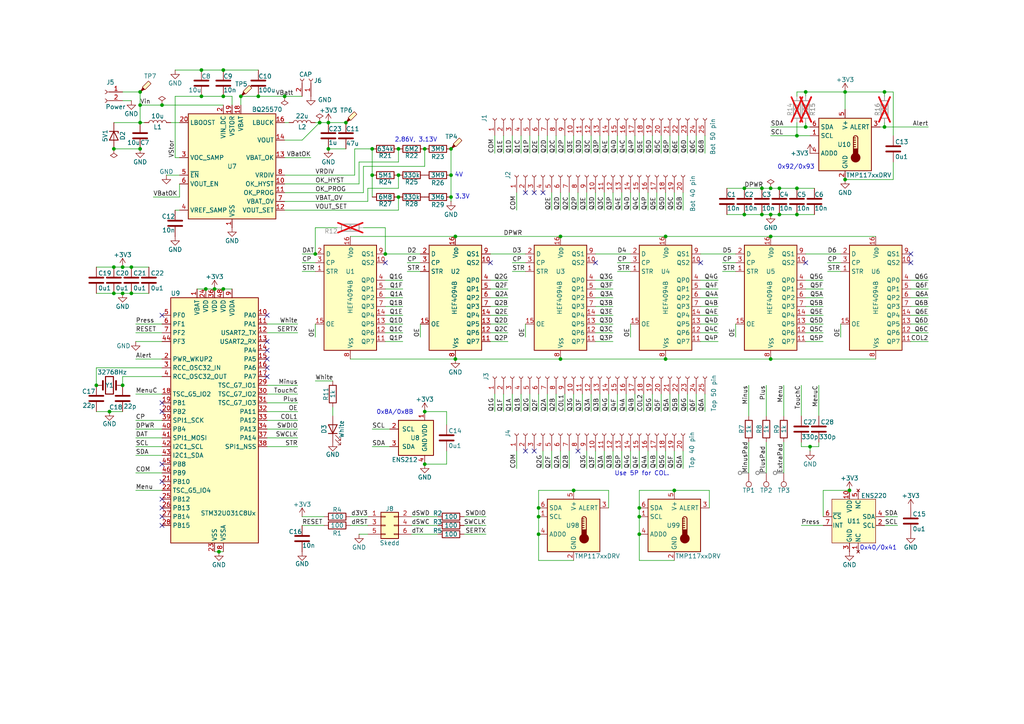
<source format=kicad_sch>
(kicad_sch (version 20250114) (generator "eeschema") (generator_version "9.0")
  (paper "A4")
  (text "4V" (at 133.096 50.8 0) (effects (font (size 1.27 1.27))))
  (text "3.3V\n" (at 134.112 57.15 0) (effects (font (size 1.27 1.27))))
  (text "0x8A/0x8B" (at 114.554 119.634 0) (effects (font (size 1.27 1.27))))
  (text "2.86V, 3.13V" (at 120.65 40.64 0) (effects (font (size 1.27 1.27))))
  (text "0x40/0x41" (at 254.762 159.004 0) (effects (font (size 1.27 1.27))))
  (text "Use 5P for COL." (at 186.182 137.414 0) (effects (font (size 1.27 1.27))))
  (text "0x92/0x93" (at 230.886 48.514 0) (effects (font (size 1.27 1.27))))
  (junction (at 115.57 57.15))
  (junction (at 35.56 111.76))
  (junction (at 115.57 43.18))
  (junction (at 195.58 142.24))
  (junction (at 62.23 83.82))
  (junction (at 38.1 77.47))
  (junction (at 185.42 154.94))
  (junction (at 156.21 147.32))
  (junction (at 74.93 27.94))
  (junction (at 115.57 50.8))
  (junction (at 220.98 54.61))
  (junction (at 185.42 147.32))
  (junction (at 92.71 35.56))
  (junction (at 59.69 83.82))
  (junction (at 223.52 62.23))
  (junction (at 31.75 119.38))
  (junction (at 123.19 43.18))
  (junction (at 220.98 62.23))
  (junction (at 166.37 142.24))
  (junction (at 215.9 62.23))
  (junction (at 40.64 26.67))
  (junction (at 156.21 149.86))
  (junction (at 33.02 43.18))
  (junction (at 46.99 30.48))
  (junction (at 231.14 39.37))
  (junction (at 35.56 85.09))
  (junction (at 231.14 54.61))
  (junction (at 95.25 35.56))
  (junction (at 130.81 50.8))
  (junction (at 63.5 160.02))
  (junction (at 82.55 27.94))
  (junction (at 162.56 104.14))
  (junction (at 91.44 73.66))
  (junction (at 162.56 68.58))
  (junction (at 156.21 154.94))
  (junction (at 256.54 36.83))
  (junction (at 100.33 35.56))
  (junction (at 226.06 54.61))
  (junction (at 215.9 54.61))
  (junction (at 27.94 111.76))
  (junction (at 40.64 43.18))
  (junction (at 35.56 77.47))
  (junction (at 123.19 134.62))
  (junction (at 107.95 50.8))
  (junction (at 223.52 54.61))
  (junction (at 107.95 43.18))
  (junction (at 226.06 62.23))
  (junction (at 231.14 62.23))
  (junction (at 130.81 57.15))
  (junction (at 233.68 26.67))
  (junction (at 40.64 30.48))
  (junction (at 58.42 27.94))
  (junction (at 130.81 43.18))
  (junction (at 234.95 129.54))
  (junction (at 69.85 27.94))
  (junction (at 132.08 104.14))
  (junction (at 246.38 142.24))
  (junction (at 95.25 43.18))
  (junction (at 245.11 52.07))
  (junction (at 38.1 85.09))
  (junction (at 193.04 68.58))
  (junction (at 193.04 104.14))
  (junction (at 185.42 149.86))
  (junction (at 245.11 26.67))
  (junction (at 33.02 77.47))
  (junction (at 233.68 36.83))
  (junction (at 223.52 68.58))
  (junction (at 40.64 35.56))
  (junction (at 223.52 104.14))
  (junction (at 64.77 27.94))
  (junction (at 33.02 85.09))
  (junction (at 64.77 20.32))
  (junction (at 123.19 119.38))
  (junction (at 111.76 73.66))
  (junction (at 58.42 20.32))
  (junction (at 64.77 83.82))
  (junction (at 256.54 26.67))
  (junction (at 132.08 68.58))
  (no_connect (at 111.76 76.2))
  (no_connect (at 46.99 134.62))
  (no_connect (at 77.47 109.22))
  (no_connect (at 157.48 55.88))
  (no_connect (at 77.47 91.44))
  (no_connect (at 77.47 101.6))
  (no_connect (at 77.47 104.14))
  (no_connect (at 264.16 76.2))
  (no_connect (at 46.99 119.38))
  (no_connect (at 154.94 55.88))
  (no_connect (at 46.99 116.84))
  (no_connect (at 172.72 76.2))
  (no_connect (at 152.4 55.88))
  (no_connect (at 77.47 106.68))
  (no_connect (at 142.24 76.2))
  (no_connect (at 154.94 130.81))
  (no_connect (at 203.2 76.2))
  (no_connect (at 46.99 149.86))
  (no_connect (at 46.99 152.4))
  (no_connect (at 264.16 73.66))
  (no_connect (at 152.4 130.81))
  (no_connect (at 46.99 144.78))
  (no_connect (at 233.68 76.2))
  (no_connect (at 46.99 147.32))
  (no_connect (at 46.99 139.7))
  (no_connect (at 77.47 99.06))
  (no_connect (at 46.99 91.44))
  (no_connect (at 167.64 130.81))
  (wire (pts (xy 91.44 110.49) (xy 96.52 110.49)))
  (wire (pts (xy 264.16 83.82) (xy 269.24 83.82)))
  (wire (pts (xy 237.49 129.54) (xy 234.95 129.54)))
  (wire (pts (xy 35.56 29.21) (xy 38.1 29.21)))
  (wire (pts (xy 82.55 58.42) (xy 106.68 58.42)))
  (wire (pts (xy 194.31 114.3) (xy 194.31 119.38)))
  (wire (pts (xy 49.53 35.56) (xy 52.07 35.56)))
  (wire (pts (xy 227.33 128.27) (xy 227.33 137.16)))
  (wire (pts (xy 91.44 35.56) (xy 92.71 35.56)))
  (wire (pts (xy 130.81 58.42) (xy 130.81 57.15)))
  (wire (pts (xy 233.68 93.98) (xy 238.76 93.98)))
  (wire (pts (xy 234.95 129.54) (xy 232.41 129.54)))
  (wire (pts (xy 203.2 73.66) (xy 213.36 73.66)))
  (wire (pts (xy 39.37 127) (xy 46.99 127)))
  (wire (pts (xy 129.54 123.19) (xy 129.54 119.38)))
  (wire (pts (xy 187.96 55.88) (xy 187.96 60.96)))
  (wire (pts (xy 226.06 62.23) (xy 231.14 62.23)))
  (wire (pts (xy 170.18 130.81) (xy 170.18 135.89)))
  (wire (pts (xy 195.58 162.56) (xy 185.42 162.56)))
  (wire (pts (xy 173.99 114.3) (xy 173.99 119.38)))
  (wire (pts (xy 256.54 36.83) (xy 269.24 36.83)))
  (wire (pts (xy 160.02 55.88) (xy 160.02 60.96)))
  (wire (pts (xy 203.2 81.28) (xy 208.28 81.28)))
  (wire (pts (xy 82.55 45.72) (xy 90.17 45.72)))
  (wire (pts (xy 215.9 54.61) (xy 220.98 54.61)))
  (wire (pts (xy 86.36 114.3) (xy 77.47 114.3)))
  (wire (pts (xy 134.62 149.86) (xy 140.97 149.86)))
  (wire (pts (xy 233.68 26.67) (xy 245.11 26.67)))
  (wire (pts (xy 38.1 85.09) (xy 43.18 85.09)))
  (wire (pts (xy 205.74 142.24) (xy 195.58 142.24)))
  (wire (pts (xy 231.14 26.67) (xy 231.14 27.94)))
  (wire (pts (xy 185.42 149.86) (xy 185.42 147.32)))
  (wire (pts (xy 234.95 129.54) (xy 234.95 130.81)))
  (wire (pts (xy 86.36 93.98) (xy 77.47 93.98)))
  (wire (pts (xy 172.72 88.9) (xy 177.8 88.9)))
  (wire (pts (xy 27.94 77.47) (xy 33.02 77.47)))
  (wire (pts (xy 215.9 62.23) (xy 220.98 62.23)))
  (wire (pts (xy 148.59 39.37) (xy 148.59 44.45)))
  (wire (pts (xy 198.12 55.88) (xy 198.12 60.96)))
  (wire (pts (xy 146.05 114.3) (xy 146.05 119.38)))
  (wire (pts (xy 240.03 76.2) (xy 243.84 76.2)))
  (wire (pts (xy 172.72 83.82) (xy 177.8 83.82)))
  (wire (pts (xy 119.38 154.94) (xy 127 154.94)))
  (wire (pts (xy 190.5 130.81) (xy 190.5 135.89)))
  (wire (pts (xy 156.21 39.37) (xy 156.21 44.45)))
  (wire (pts (xy 105.41 48.26) (xy 123.19 48.26)))
  (wire (pts (xy 195.58 130.81) (xy 195.58 135.89)))
  (wire (pts (xy 158.75 39.37) (xy 158.75 44.45)))
  (wire (pts (xy 33.02 85.09) (xy 35.56 85.09)))
  (wire (pts (xy 39.37 114.3) (xy 46.99 114.3)))
  (wire (pts (xy 82.55 60.96) (xy 115.57 60.96)))
  (wire (pts (xy 140.97 154.94) (xy 134.62 154.94)))
  (wire (pts (xy 205.74 147.32) (xy 205.74 142.24)))
  (wire (pts (xy 243.84 97.79) (xy 243.84 93.98)))
  (wire (pts (xy 111.76 93.98) (xy 116.84 93.98)))
  (wire (pts (xy 184.15 114.3) (xy 184.15 119.38)))
  (wire (pts (xy 82.55 53.34) (xy 104.14 53.34)))
  (wire (pts (xy 148.59 114.3) (xy 148.59 119.38)))
  (wire (pts (xy 82.55 50.8) (xy 102.87 50.8)))
  (wire (pts (xy 187.96 130.81) (xy 187.96 135.89)))
  (wire (pts (xy 69.85 27.94) (xy 74.93 27.94)))
  (wire (pts (xy 46.99 30.48) (xy 64.77 30.48)))
  (wire (pts (xy 255.27 36.83) (xy 256.54 36.83)))
  (wire (pts (xy 58.42 20.32) (xy 64.77 20.32)))
  (wire (pts (xy 162.56 55.88) (xy 162.56 60.96)))
  (wire (pts (xy 92.71 35.56) (xy 95.25 35.56)))
  (wire (pts (xy 111.76 99.06) (xy 116.84 99.06)))
  (wire (pts (xy 209.55 76.2) (xy 213.36 76.2)))
  (wire (pts (xy 222.25 111.76) (xy 222.25 120.65)))
  (wire (pts (xy 190.5 55.88) (xy 190.5 60.96)))
  (wire (pts (xy 129.54 134.62) (xy 129.54 130.81)))
  (wire (pts (xy 195.58 55.88) (xy 195.58 60.96)))
  (wire (pts (xy 223.52 62.23) (xy 226.06 62.23)))
  (wire (pts (xy 87.63 149.86) (xy 93.98 149.86)))
  (wire (pts (xy 176.53 39.37) (xy 176.53 44.45)))
  (wire (pts (xy 151.13 114.3) (xy 151.13 119.38)))
  (wire (pts (xy 193.04 68.58) (xy 223.52 68.58)))
  (wire (pts (xy 223.52 36.83) (xy 233.68 36.83)))
  (wire (pts (xy 62.23 83.82) (xy 64.77 83.82)))
  (wire (pts (xy 156.21 114.3) (xy 156.21 119.38)))
  (wire (pts (xy 96.52 118.11) (xy 96.52 120.65)))
  (wire (pts (xy 148.59 76.2) (xy 152.4 76.2)))
  (wire (pts (xy 142.24 91.44) (xy 147.32 91.44)))
  (wire (pts (xy 77.47 119.38) (xy 86.36 119.38)))
  (wire (pts (xy 59.69 83.82) (xy 62.23 83.82)))
  (wire (pts (xy 191.77 39.37) (xy 191.77 44.45)))
  (wire (pts (xy 193.04 130.81) (xy 193.04 135.89)))
  (wire (pts (xy 198.12 130.81) (xy 198.12 135.89)))
  (wire (pts (xy 162.56 68.58) (xy 193.04 68.58)))
  (wire (pts (xy 40.64 35.56) (xy 41.91 35.56)))
  (wire (pts (xy 256.54 26.67) (xy 245.11 26.67)))
  (wire (pts (xy 58.42 27.94) (xy 64.77 27.94)))
  (wire (pts (xy 223.52 39.37) (xy 231.14 39.37)))
  (wire (pts (xy 227.33 111.76) (xy 227.33 120.65)))
  (wire (pts (xy 33.02 43.18) (xy 40.64 43.18)))
  (wire (pts (xy 156.21 149.86) (xy 156.21 147.32)))
  (wire (pts (xy 86.36 111.76) (xy 77.47 111.76)))
  (wire (pts (xy 203.2 91.44) (xy 208.28 91.44)))
  (wire (pts (xy 87.63 78.74) (xy 91.44 78.74)))
  (wire (pts (xy 233.68 99.06) (xy 238.76 99.06)))
  (wire (pts (xy 100.33 43.18) (xy 95.25 43.18)))
  (wire (pts (xy 149.86 55.88) (xy 149.86 60.96)))
  (wire (pts (xy 115.57 54.61) (xy 115.57 50.8)))
  (wire (pts (xy 44.45 57.15) (xy 52.07 57.15)))
  (wire (pts (xy 101.6 104.14) (xy 132.08 104.14)))
  (wire (pts (xy 118.11 78.74) (xy 121.92 78.74)))
  (wire (pts (xy 50.8 27.94) (xy 50.8 45.72)))
  (wire (pts (xy 134.62 152.4) (xy 140.97 152.4)))
  (wire (pts (xy 231.14 39.37) (xy 234.95 39.37)))
  (wire (pts (xy 143.51 114.3) (xy 143.51 119.38)))
  (wire (pts (xy 27.94 85.09) (xy 33.02 85.09)))
  (wire (pts (xy 180.34 130.81) (xy 180.34 135.89)))
  (wire (pts (xy 33.02 35.56) (xy 40.64 35.56)))
  (wire (pts (xy 233.68 35.56) (xy 233.68 36.83)))
  (wire (pts (xy 256.54 26.67) (xy 256.54 27.94)))
  (wire (pts (xy 67.31 30.48) (xy 67.31 27.94)))
  (wire (pts (xy 111.76 88.9) (xy 116.84 88.9)))
  (wire (pts (xy 222.25 128.27) (xy 222.25 137.16)))
  (wire (pts (xy 123.19 48.26) (xy 123.19 43.18)))
  (wire (pts (xy 231.14 62.23) (xy 236.22 62.23)))
  (wire (pts (xy 210.82 62.23) (xy 215.9 62.23)))
  (wire (pts (xy 264.16 81.28) (xy 269.24 81.28)))
  (wire (pts (xy 232.41 128.27) (xy 232.41 129.54)))
  (wire (pts (xy 77.47 127) (xy 86.36 127)))
  (wire (pts (xy 168.91 114.3) (xy 168.91 119.38)))
  (wire (pts (xy 172.72 86.36) (xy 177.8 86.36)))
  (wire (pts (xy 176.53 114.3) (xy 176.53 119.38)))
  (wire (pts (xy 185.42 147.32) (xy 185.42 142.24)))
  (wire (pts (xy 111.76 73.66) (xy 121.92 73.66)))
  (wire (pts (xy 87.63 40.64) (xy 92.71 35.56)))
  (wire (pts (xy 175.26 130.81) (xy 175.26 135.89)))
  (wire (pts (xy 35.56 77.47) (xy 38.1 77.47)))
  (wire (pts (xy 101.6 149.86) (xy 106.68 149.86)))
  (wire (pts (xy 196.85 39.37) (xy 196.85 44.45)))
  (wire (pts (xy 50.8 60.96) (xy 52.07 60.96)))
  (wire (pts (xy 106.68 58.42) (xy 106.68 54.61)))
  (wire (pts (xy 35.56 85.09) (xy 38.1 85.09)))
  (wire (pts (xy 209.55 78.74) (xy 213.36 78.74)))
  (wire (pts (xy 50.8 20.32) (xy 58.42 20.32)))
  (wire (pts (xy 156.21 154.94) (xy 156.21 149.86)))
  (wire (pts (xy 172.72 93.98) (xy 177.8 93.98)))
  (wire (pts (xy 115.57 46.99) (xy 115.57 43.18)))
  (wire (pts (xy 64.77 20.32) (xy 74.93 20.32)))
  (wire (pts (xy 118.11 76.2) (xy 121.92 76.2)))
  (wire (pts (xy 161.29 39.37) (xy 161.29 44.45)))
  (wire (pts (xy 264.16 86.36) (xy 269.24 86.36)))
  (wire (pts (xy 238.76 142.24) (xy 246.38 142.24)))
  (wire (pts (xy 177.8 55.88) (xy 177.8 60.96)))
  (wire (pts (xy 176.53 142.24) (xy 166.37 142.24)))
  (wire (pts (xy 259.08 26.67) (xy 256.54 26.67)))
  (wire (pts (xy 185.42 154.94) (xy 185.42 149.86)))
  (wire (pts (xy 101.6 68.58) (xy 132.08 68.58)))
  (wire (pts (xy 182.88 55.88) (xy 182.88 60.96)))
  (wire (pts (xy 142.24 81.28) (xy 147.32 81.28)))
  (wire (pts (xy 223.52 54.61) (xy 226.06 54.61)))
  (wire (pts (xy 39.37 121.92) (xy 46.99 121.92)))
  (wire (pts (xy 176.53 147.32) (xy 176.53 142.24)))
  (wire (pts (xy 111.76 66.04) (xy 111.76 73.66)))
  (wire (pts (xy 226.06 54.61) (xy 231.14 54.61)))
  (wire (pts (xy 237.49 129.54) (xy 237.49 128.27)))
  (wire (pts (xy 152.4 97.79) (xy 152.4 93.98)))
  (wire (pts (xy 35.56 111.76) (xy 35.56 109.22)))
  (wire (pts (xy 166.37 162.56) (xy 156.21 162.56)))
  (wire (pts (xy 233.68 26.67) (xy 233.68 27.94)))
  (wire (pts (xy 204.47 39.37) (xy 204.47 44.45)))
  (wire (pts (xy 132.08 104.14) (xy 162.56 104.14)))
  (wire (pts (xy 149.86 130.81) (xy 149.86 135.89)))
  (wire (pts (xy 220.98 62.23) (xy 223.52 62.23)))
  (wire (pts (xy 240.03 78.74) (xy 243.84 78.74)))
  (wire (pts (xy 69.85 30.48) (xy 69.85 27.94)))
  (wire (pts (xy 74.93 27.94) (xy 82.55 27.94)))
  (wire (pts (xy 232.41 111.76) (xy 232.41 120.65)))
  (wire (pts (xy 46.99 109.22) (xy 35.56 109.22)))
  (wire (pts (xy 179.07 39.37) (xy 179.07 44.45)))
  (wire (pts (xy 111.76 96.52) (xy 116.84 96.52)))
  (wire (pts (xy 175.26 55.88) (xy 175.26 60.96)))
  (wire (pts (xy 196.85 114.3) (xy 196.85 119.38)))
  (wire (pts (xy 52.07 53.34) (xy 52.07 57.15)))
  (wire (pts (xy 27.94 106.68) (xy 27.94 111.76)))
  (wire (pts (xy 186.69 114.3) (xy 186.69 119.38)))
  (wire (pts (xy 48.26 50.8) (xy 52.07 50.8)))
  (wire (pts (xy 77.47 96.52) (xy 86.36 96.52)))
  (wire (pts (xy 63.5 160.02) (xy 64.77 160.02)))
  (wire (pts (xy 156.21 162.56) (xy 156.21 154.94)))
  (wire (pts (xy 38.1 77.47) (xy 43.18 77.47)))
  (wire (pts (xy 170.18 55.88) (xy 170.18 60.96)))
  (wire (pts (xy 233.68 91.44) (xy 238.76 91.44)))
  (wire (pts (xy 177.8 130.81) (xy 177.8 135.89)))
  (wire (pts (xy 77.47 124.46) (xy 86.36 124.46)))
  (wire (pts (xy 40.64 30.48) (xy 40.64 35.56)))
  (wire (pts (xy 168.91 39.37) (xy 168.91 44.45)))
  (wire (pts (xy 91.44 97.79) (xy 91.44 93.98)))
  (wire (pts (xy 82.55 27.94) (xy 87.63 27.94)))
  (wire (pts (xy 67.31 27.94) (xy 64.77 27.94)))
  (wire (pts (xy 166.37 39.37) (xy 166.37 44.45)))
  (wire (pts (xy 191.77 114.3) (xy 191.77 119.38)))
  (wire (pts (xy 220.98 54.61) (xy 223.52 54.61)))
  (wire (pts (xy 82.55 35.56) (xy 83.82 35.56)))
  (wire (pts (xy 157.48 130.81) (xy 157.48 135.89)))
  (wire (pts (xy 193.04 55.88) (xy 193.04 60.96)))
  (wire (pts (xy 204.47 114.3) (xy 204.47 119.38)))
  (wire (pts (xy 180.34 55.88) (xy 180.34 60.96)))
  (wire (pts (xy 106.68 54.61) (xy 115.57 54.61)))
  (wire (pts (xy 233.68 83.82) (xy 238.76 83.82)))
  (wire (pts (xy 119.38 149.86) (xy 127 149.86)))
  (wire (pts (xy 245.11 31.75) (xy 245.11 26.67)))
  (wire (pts (xy 186.69 39.37) (xy 186.69 44.45)))
  (wire (pts (xy 82.55 55.88) (xy 105.41 55.88)))
  (wire (pts (xy 231.14 54.61) (xy 236.22 54.61)))
  (wire (pts (xy 233.68 73.66) (xy 243.84 73.66)))
  (wire (pts (xy 238.76 149.86) (xy 238.76 142.24)))
  (wire (pts (xy 189.23 114.3) (xy 189.23 119.38)))
  (wire (pts (xy 203.2 88.9) (xy 208.28 88.9)))
  (wire (pts (xy 107.95 129.54) (xy 113.03 129.54)))
  (wire (pts (xy 231.14 35.56) (xy 231.14 39.37)))
  (wire (pts (xy 142.24 73.66) (xy 152.4 73.66)))
  (wire (pts (xy 223.52 68.58) (xy 254 68.58)))
  (wire (pts (xy 199.39 39.37) (xy 199.39 44.45)))
  (wire (pts (xy 210.82 54.61) (xy 215.9 54.61)))
  (wire (pts (xy 111.76 91.44) (xy 116.84 91.44)))
  (wire (pts (xy 264.16 99.06) (xy 269.24 99.06)))
  (wire (pts (xy 46.99 132.08) (xy 39.37 132.08)))
  (wire (pts (xy 184.15 39.37) (xy 184.15 44.45)))
  (wire (pts (xy 233.68 88.9) (xy 238.76 88.9)))
  (wire (pts (xy 172.72 130.81) (xy 172.72 135.89)))
  (wire (pts (xy 87.63 73.66) (xy 91.44 73.66)))
  (wire (pts (xy 39.37 142.24) (xy 46.99 142.24)))
  (wire (pts (xy 172.72 99.06) (xy 177.8 99.06)))
  (wire (pts (xy 57.15 83.82) (xy 59.69 83.82)))
  (wire (pts (xy 130.81 43.18) (xy 130.81 50.8)))
  (wire (pts (xy 40.64 26.67) (xy 40.64 30.48)))
  (wire (pts (xy 259.08 39.37) (xy 259.08 26.67)))
  (wire (pts (xy 87.63 152.4) (xy 93.98 152.4)))
  (wire (pts (xy 165.1 55.88) (xy 165.1 60.96)))
  (wire (pts (xy 185.42 130.81) (xy 185.42 135.89)))
  (wire (pts (xy 201.93 39.37) (xy 201.93 44.45)))
  (wire (pts (xy 46.99 96.52) (xy 39.37 96.52)))
  (wire (pts (xy 101.6 152.4) (xy 106.68 152.4)))
  (wire (pts (xy 264.16 96.52) (xy 269.24 96.52)))
  (wire (pts (xy 231.14 26.67) (xy 233.68 26.67)))
  (wire (pts (xy 179.07 76.2) (xy 182.88 76.2)))
  (wire (pts (xy 62.23 160.02) (xy 63.5 160.02)))
  (wire (pts (xy 256.54 35.56) (xy 256.54 36.83)))
  (wire (pts (xy 148.59 78.74) (xy 152.4 78.74)))
  (wire (pts (xy 132.08 68.58) (xy 162.56 68.58)))
  (wire (pts (xy 256.54 152.4) (xy 260.35 152.4)))
  (wire (pts (xy 167.64 55.88) (xy 167.64 60.96)))
  (wire (pts (xy 233.68 86.36) (xy 238.76 86.36)))
  (wire (pts (xy 179.07 114.3) (xy 179.07 119.38)))
  (wire (pts (xy 264.16 91.44) (xy 269.24 91.44)))
  (wire (pts (xy 27.94 106.68) (xy 46.99 106.68)))
  (wire (pts (xy 193.04 104.14) (xy 223.52 104.14)))
  (wire (pts (xy 163.83 39.37) (xy 163.83 44.45)))
  (wire (pts (xy 104.14 46.99) (xy 115.57 46.99)))
  (wire (pts (xy 105.41 55.88) (xy 105.41 48.26)))
  (wire (pts (xy 233.68 36.83) (xy 234.95 36.83)))
  (wire (pts (xy 130.81 50.8) (xy 130.81 57.15)))
  (wire (pts (xy 46.99 30.48) (xy 40.64 30.48)))
  (wire (pts (xy 163.83 114.3) (xy 163.83 119.38)))
  (wire (pts (xy 31.75 119.38) (xy 35.56 119.38)))
  (wire (pts (xy 158.75 114.3) (xy 158.75 119.38)))
  (wire (pts (xy 146.05 39.37) (xy 146.05 44.45)))
  (wire (pts (xy 104.14 53.34) (xy 104.14 46.99)))
  (wire (pts (xy 237.49 111.76) (xy 237.49 120.65)))
  (wire (pts (xy 104.14 154.94) (xy 106.68 154.94)))
  (wire (pts (xy 143.51 39.37) (xy 143.51 44.45)))
  (wire (pts (xy 33.02 77.47) (xy 35.56 77.47)))
  (wire (pts (xy 97.79 66.04) (xy 91.44 66.04)))
  (wire (pts (xy 142.24 83.82) (xy 147.32 83.82)))
  (wire (pts (xy 259.08 52.07) (xy 245.11 52.07)))
  (wire (pts (xy 217.17 111.76) (xy 217.17 120.65)))
  (wire (pts (xy 181.61 114.3) (xy 181.61 119.38)))
  (wire (pts (xy 217.17 128.27) (xy 217.17 137.16)))
  (wire (pts (xy 166.37 114.3) (xy 166.37 119.38)))
  (wire (pts (xy 142.24 96.52) (xy 147.32 96.52)))
  (wire (pts (xy 162.56 104.14) (xy 193.04 104.14)))
  (wire (pts (xy 260.35 149.86) (xy 256.54 149.86)))
  (wire (pts (xy 142.24 99.06) (xy 147.32 99.06)))
  (wire (pts (xy 119.38 152.4) (xy 127 152.4)))
  (wire (pts (xy 142.24 86.36) (xy 147.32 86.36)))
  (wire (pts (xy 203.2 96.52) (xy 208.28 96.52)))
  (wire (pts (xy 39.37 124.46) (xy 46.99 124.46)))
  (wire (pts (xy 203.2 83.82) (xy 208.28 83.82)))
  (wire (pts (xy 223.52 104.14) (xy 254 104.14)))
  (wire (pts (xy 107.95 50.8) (xy 107.95 57.15)))
  (wire (pts (xy 86.36 116.84) (xy 77.47 116.84)))
  (wire (pts (xy 39.37 104.14) (xy 46.99 104.14)))
  (wire (pts (xy 172.72 91.44) (xy 177.8 91.44)))
  (wire (pts (xy 91.44 66.04) (xy 91.44 73.66)))
  (wire (pts (xy 121.92 97.79) (xy 121.92 93.98)))
  (wire (pts (xy 35.56 26.67) (xy 40.64 26.67)))
  (wire (pts (xy 102.87 43.18) (xy 107.95 43.18)))
  (wire (pts (xy 185.42 142.24) (xy 195.58 142.24)))
  (wire (pts (xy 201.93 114.3) (xy 201.93 119.38)))
  (wire (pts (xy 105.41 66.04) (xy 111.76 66.04)))
  (wire (pts (xy 185.42 162.56) (xy 185.42 154.94)))
  (wire (pts (xy 182.88 130.81) (xy 182.88 135.89)))
  (wire (pts (xy 172.72 81.28) (xy 177.8 81.28)))
  (wire (pts (xy 203.2 86.36) (xy 208.28 86.36)))
  (wire (pts (xy 156.21 142.24) (xy 156.21 147.32)))
  (wire (pts (xy 173.99 39.37) (xy 173.99 44.45)))
  (wire (pts (xy 153.67 39.37) (xy 153.67 44.45)))
  (wire (pts (xy 161.29 114.3) (xy 161.29 119.38)))
  (wire (pts (xy 151.13 39.37) (xy 151.13 44.45)))
  (wire (pts (xy 181.61 39.37) (xy 181.61 44.45)))
  (wire (pts (xy 162.56 130.81) (xy 162.56 135.89)))
  (wire (pts (xy 203.2 93.98) (xy 208.28 93.98)))
  (wire (pts (xy 107.95 124.46) (xy 113.03 124.46)))
  (wire (pts (xy 259.08 46.99) (xy 259.08 52.07)))
  (wire (pts (xy 77.47 121.92) (xy 86.36 121.92)))
  (wire (pts (xy 50.8 27.94) (xy 58.42 27.94)))
  (wire (pts (xy 233.68 81.28) (xy 238.76 81.28)))
  (wire (pts (xy 172.72 96.52) (xy 177.8 96.52)))
  (wire (pts (xy 185.42 55.88) (xy 185.42 60.96)))
  (wire (pts (xy 172.72 55.88) (xy 172.72 60.96)))
  (wire (pts (xy 153.67 114.3) (xy 153.67 119.38)))
  (wire (pts (xy 182.88 97.79) (xy 182.88 93.98)))
  (wire (pts (xy 129.54 119.38) (xy 123.19 119.38)))
  (wire (pts (xy 87.63 76.2) (xy 91.44 76.2)))
  (wire (pts (xy 46.99 137.16) (xy 39.37 137.16)))
  (wire (pts (xy 111.76 83.82) (xy 116.84 83.82)))
  (wire (pts (xy 199.39 114.3) (xy 199.39 119.38)))
  (wire (pts (xy 100.33 35.56) (xy 95.25 35.56)))
  (wire (pts (xy 179.07 78.74) (xy 182.88 78.74)))
  (wire (pts (xy 172.72 73.66) (xy 182.88 73.66)))
  (wire (pts (xy 102.87 50.8) (xy 102.87 43.18)))
  (wire (pts (xy 142.24 88.9) (xy 147.32 88.9)))
  (wire (pts (xy 111.76 81.28) (xy 116.84 81.28)))
  (wire (pts (xy 111.76 86.36) (xy 116.84 86.36)))
  (wire (pts (xy 171.45 114.3) (xy 171.45 119.38)))
  (wire (pts (xy 86.36 129.54) (xy 77.47 129.54)))
  (wire (pts (xy 39.37 99.06) (xy 46.99 99.06)))
  (wire (pts (xy 194.31 39.37) (xy 194.31 44.45)))
  (wire (pts (xy 213.36 97.79) (xy 213.36 93.98)))
  (wire (pts (xy 27.94 119.38) (xy 31.75 119.38)))
  (wire (pts (xy 82.55 40.64) (xy 87.63 40.64)))
  (wire (pts (xy 232.41 152.4) (xy 238.76 152.4)))
  (wire (pts (xy 64.77 83.82) (xy 67.31 83.82)))
  (wire (pts (xy 171.45 39.37) (xy 171.45 44.45)))
  (wire (pts (xy 107.95 43.18) (xy 107.95 50.8)))
  (wire (pts (xy 160.02 130.81) (xy 160.02 135.89)))
  (wire (pts (xy 264.16 93.98) (xy 269.24 93.98)))
  (wire (pts (xy 189.23 39.37) (xy 189.23 44.45)))
  (wire (pts (xy 115.57 60.96) (xy 115.57 57.15)))
  (wire (pts (xy 264.16 88.9) (xy 269.24 88.9)))
  (wire (pts (xy 39.37 93.98) (xy 46.99 93.98)))
  (wire (pts (xy 166.37 142.24) (xy 156.21 142.24)))
  (wire (pts (xy 233.68 96.52) (xy 238.76 96.52)))
  (wire (pts (xy 46.99 129.54) (xy 39.37 129.54)))
  (wire (pts (xy 123.19 134.62) (xy 129.54 134.62)))
  (wire (pts (xy 50.8 45.72) (xy 52.07 45.72)))
  (wire (pts (xy 165.1 130.81) (xy 165.1 135.89)))
  (wire (pts (xy 142.24 93.98) (xy 147.32 93.98)))
  (wire (pts (xy 203.2 99.06) (xy 208.28 99.06)))
  (label "Q4E" (at 208.28 91.44 180))
  (label "STR" (at 86.36 129.54 180))
  (label "COM" (at 149.86 135.89 90))
  (label "CP" (at 39.37 121.92 0))
  (label "VRDIV" (at 91.44 50.8 0))
  (label "TouchC" (at 232.41 111.76 270))
  (label "Q6E" (at 269.24 91.44 180))
  (label "SDA" (at 107.95 129.54 0))
  (label "PlusPad" (at 222.25 137.16 90))
  (label "Q1B" (at 116.84 88.9 180))
  (label "Q5F" (at 191.77 119.38 90))
  (label "STR" (at 179.07 78.74 0))
  (label "CP" (at 179.07 76.2 0))
  (label "COM" (at 143.51 44.45 90))
  (label "Q3G" (at 166.37 119.38 90))
  (label "Q5E" (at 190.5 60.96 90))
  (label "RESET" (at 87.63 152.4 0))
  (label "Q3F" (at 172.72 135.89 90))
  (label "Q3G" (at 177.8 81.28 180))
  (label "COL2" (at 186.69 119.38 90))
  (label "Q3A" (at 177.8 86.36 180))
  (label "CP" (at 209.55 76.2 0))
  (label "STR" (at 87.63 78.74 0))
  (label "CP" (at 240.03 76.2 0))
  (label "Press" (at 232.41 152.4 0))
  (label "Q4P" (at 187.96 60.96 90))
  (label "Q1B" (at 151.13 119.38 90))
  (label "Plus" (at 86.36 116.84 180))
  (label "SWDIO" (at 86.36 124.46 180))
  (label "OE" (at 243.84 97.79 90))
  (label "Q1C" (at 116.84 96.52 180))
  (label "SWCLK" (at 140.97 152.4 180))
  (label "Vin" (at 40.64 30.48 0))
  (label "Q5A" (at 194.31 119.38 90))
  (label "Q5B" (at 196.85 119.38 90))
  (label "Q2E" (at 160.02 60.96 90))
  (label "VBatOK" (at 90.17 45.72 180))
  (label "OE" (at 152.4 97.79 90))
  (label "Q4P" (at 184.15 44.45 90))
  (label "Q3D" (at 172.72 60.96 90))
  (label "Q4B" (at 184.15 119.38 90))
  (label "Q2P" (at 163.83 44.45 90))
  (label "Q2F" (at 147.32 83.82 180))
  (label "White" (at 91.44 110.49 0))
  (label "Q5F" (at 195.58 135.89 90))
  (label "Q1D" (at 148.59 44.45 90))
  (label "Q2G" (at 147.32 81.28 180))
  (label "COL2" (at 269.24 99.06 180))
  (label "Q2D" (at 147.32 93.98 180))
  (label "Q3P" (at 177.8 60.96 90))
  (label "D2" (at 118.11 73.66 0))
  (label "Q4A" (at 208.28 86.36 180))
  (label "CP" (at 148.59 76.2 0))
  (label "Q6F" (at 269.24 83.82 180))
  (label "Q2P" (at 167.64 60.96 90))
  (label "Q4C" (at 181.61 44.45 90))
  (label "Q4E" (at 180.34 60.96 90))
  (label "Q2A" (at 162.56 135.89 90))
  (label "Q5G" (at 238.76 81.28 180))
  (label "Q1P" (at 116.84 99.06 180))
  (label "Q1E" (at 116.84 91.44 180))
  (label "White" (at 86.36 93.98 180))
  (label "Q4C" (at 208.28 96.52 180))
  (label "Q4D" (at 182.88 60.96 90))
  (label "dSWD" (at 119.38 149.86 0))
  (label "Q3C" (at 171.45 44.45 90))
  (label "Q4E" (at 176.53 44.45 90))
  (label "Q1G" (at 143.51 119.38 90))
  (label "Q1F" (at 116.84 83.82 180))
  (label "Q2D" (at 162.56 60.96 90))
  (label "Q6E" (at 196.85 44.45 90))
  (label "dTX" (at 119.38 154.94 0))
  (label "OE" (at 121.92 97.79 90))
  (label "DPWR" (at 215.9 54.61 0))
  (label "COL1" (at 163.83 119.38 90))
  (label "Q6D" (at 199.39 44.45 90))
  (label "d3V3" (at 106.68 149.86 180))
  (label "CP" (at 118.11 76.2 0))
  (label "Q3G" (at 170.18 135.89 90))
  (label "Q1E" (at 146.05 44.45 90))
  (label "SCL" (at 223.52 39.37 0))
  (label "Q6C" (at 269.24 96.52 180))
  (label "Q4F" (at 179.07 119.38 90))
  (label "Minus" (at 86.36 111.76 180))
  (label "Q5P" (at 238.76 99.06 180))
  (label "MinusPad" (at 217.17 137.16 90))
  (label "D4" (at 179.07 73.66 0))
  (label "Q2C" (at 147.32 96.52 180))
  (label "COM" (at 149.86 60.96 90))
  (label "DPWR" (at 146.05 68.58 0))
  (label "COL1" (at 86.36 121.92 180))
  (label "Alert" (at 269.24 36.83 180))
  (label "CP" (at 87.63 76.2 0))
  (label "Q3F" (at 168.91 119.38 90))
  (label "Q2E" (at 156.21 44.45 90))
  (label "MenuC" (at 39.37 114.3 0))
  (label "Q4G" (at 182.88 135.89 90))
  (label "OK_PROG" (at 91.44 55.88 0))
  (label "VBatOK" (at 44.45 57.15 0))
  (label "Q3E" (at 166.37 44.45 90))
  (label "Q5C" (at 195.58 60.96 90))
  (label "OE" (at 213.36 97.79 90))
  (label "Q4B" (at 190.5 135.89 90))
  (label "Q6C" (at 201.93 44.45 90))
  (label "SDA" (at 223.52 36.83 0))
  (label "Q4D" (at 179.07 44.45 90))
  (label "RESET" (at 39.37 96.52 0))
  (label "Q5B" (at 198.12 60.96 90))
  (label "Q5D" (at 189.23 44.45 90))
  (label "Q5C" (at 238.76 96.52 180))
  (label "Q2B" (at 147.32 88.9 180))
  (label "OK_HYST" (at 91.44 53.34 0))
  (label "Q6F" (at 201.93 119.38 90))
  (label "Minus" (at 217.17 111.76 270))
  (label "Q4G" (at 176.53 119.38 90))
  (label "Q6G" (at 269.24 81.28 180))
  (label "Q3A" (at 171.45 119.38 90))
  (label "Q5E" (at 238.76 91.44 180))
  (label "Q3A" (at 175.26 135.89 90))
  (label "SDA" (at 260.35 149.86 180))
  (label "Q5D" (at 238.76 93.98 180))
  (label "Q5A" (at 198.12 135.89 90))
  (label "Q6A" (at 204.47 119.38 90))
  (label "Q5D" (at 193.04 60.96 90))
  (label "SERTX" (at 140.97 154.94 180))
  (label "OE" (at 86.36 119.38 180))
  (label "OE" (at 91.44 97.79 90))
  (label "Q4G" (at 208.28 81.28 180))
  (label "Menu" (at 227.33 111.76 270))
  (label "dSWC" (at 119.38 152.4 0))
  (label "Q3F" (at 177.8 83.82 180))
  (label "VOUT_SET" (at 91.44 60.96 0))
  (label "Q2E" (at 147.32 91.44 180))
  (label "DAT" (at 39.37 127 0))
  (label "Q2G" (at 153.67 119.38 90))
  (label "VBAT_OV" (at 91.44 58.42 0))
  (label "Q4F" (at 208.28 83.82 180))
  (label "Q5E" (at 186.69 44.45 90))
  (label "SERTX" (at 86.36 96.52 180))
  (label "STR" (at 240.03 78.74 0))
  (label "Q2F" (at 156.21 119.38 90))
  (label "Q2A" (at 147.32 86.36 180))
  (label "Q2C" (at 165.1 60.96 90))
  (label "Q4F" (at 185.42 135.89 90))
  (label "ExtraPad" (at 227.33 137.16 90))
  (label "Menu" (at 39.37 142.24 0))
  (label "Q5G" (at 189.23 119.38 90))
  (label "Q4A" (at 181.61 119.38 90))
  (label "Q6B" (at 269.24 88.9 180))
  (label "Alert" (at 39.37 104.14 0))
  (label "MenuC" (at 237.49 111.76 270))
  (label "Q4D" (at 208.28 93.98 180))
  (label "Press" (at 39.37 93.98 0))
  (label "Q4P" (at 208.28 99.06 180))
  (label "Q3B" (at 177.8 135.89 90))
  (label "Q2B" (at 165.1 135.89 90))
  (label "Q2A" (at 158.75 119.38 90))
  (label "Q6A" (at 269.24 86.36 180))
  (label "Q1D" (at 116.84 93.98 180))
  (label "Q3E" (at 170.18 60.96 90))
  (label "SCL" (at 260.35 152.4 180))
  (label "Q5B" (at 238.76 88.9 180))
  (label "Q1F" (at 146.05 119.38 90))
  (label "Q2C" (at 161.29 44.45 90))
  (label "Q3C" (at 177.8 96.52 180))
  (label "VStor" (at 50.8 45.72 90))
  (label "STR" (at 209.55 78.74 0))
  (label "Q2B" (at 161.29 119.38 90))
  (label "DPWR" (at 39.37 124.46 0))
  (label "Q6B" (at 204.47 44.45 90))
  (label "Q5F" (at 238.76 83.82 180))
  (label "Q6G" (at 199.39 119.38 90))
  (label "Q2D" (at 158.75 44.45 90))
  (label "Q3D" (at 168.91 44.45 90))
  (label "Q5G" (at 193.04 135.89 90))
  (label "TouchC" (at 86.36 114.3 180))
  (label "Q1C" (at 151.13 44.45 90))
  (label "Q3B" (at 177.8 88.9 180))
  (label "Plus" (at 222.25 111.76 270))
  (label "Q1A" (at 116.84 86.36 180))
  (label "Q3B" (at 173.99 119.38 90))
  (label "Q4A" (at 187.96 135.89 90))
  (label "Q3P" (at 173.99 44.45 90))
  (label "D5" (at 209.55 73.66 0))
  (label "OE" (at 182.88 97.79 90))
  (label "Q4C" (at 185.42 60.96 90))
  (label "Q2P" (at 147.32 99.06 180))
  (label "Q1G" (at 116.84 81.28 180))
  (label "Q5P" (at 194.31 44.45 90))
  (label "Q3C" (at 175.26 60.96 90))
  (label "Q5P" (at 180.34 135.89 90))
  (label "Q4B" (at 208.28 88.9 180))
  (label "COM" (at 39.37 137.16 0))
  (label "STR" (at 118.11 78.74 0))
  (label "D6" (at 240.03 73.66 0))
  (label "SCL" (at 39.37 129.54 0))
  (label "VBatt" (at 85.09 27.94 180))
  (label "Q5A" (at 238.76 86.36 180))
  (label "SDA" (at 39.37 132.08 0))
  (label "Q1A" (at 148.59 119.38 90))
  (label "Q6D" (at 269.24 93.98 180))
  (label "dRST" (at 106.68 152.4 180))
  (label "D3" (at 148.59 73.66 0))
  (label "Q1P" (at 153.67 44.45 90))
  (label "DAT" (at 87.63 73.66 0))
  (label "Q5C" (at 191.77 44.45 90))
  (label "SWDIO" (at 140.97 149.86 180))
  (label "STR" (at 148.59 78.74 0))
  (label "Q2G" (at 157.48 135.89 90))
  (label "SWCLK" (at 86.36 127 180))
  (label "Q3E" (at 177.8 91.44 180))
  (label "Q2F" (at 160.02 135.89 90))
  (label "SCL" (at 107.95 124.46 0))
  (label "Q3D" (at 177.8 93.98 180))
  (label "Q3P" (at 177.8 99.06 180))
  (netclass_flag "" (length 2.54) (shape round) (at 222.25 137.16 90) (property "Netclass" "Touch" (effects (hide yes))))
  (netclass_flag "" (length 2.54) (shape round) (at 217.17 137.16 90) (property "Netclass" "Touch" (effects (hide yes))))
  (netclass_flag "" (length 2.54) (shape round) (at 227.33 137.16 90) (property "Netclass" "Touch" (effects (hide yes))))
  (symbol (lib_id "Connector:Conn_01x25_Socket") (at 173.99 34.29 90) (unit 1) (in_bom no)
    (property "Reference" "J1" (at 140.462 34.29 0))
    (property "Value" "Bot 50 pin" (at 206.756 39.624 0))
    (property "Footprint" "Parts:PinHeader_1x25_P2.54mm_Vertical" (effects (hide yes)))
    (property "Description" "Generic connector, single row, 01x25, script generated" (effects (hide yes)))
  )
  (symbol (lib_id "Device:C") (at 87.63 156.21 0) (unit 1)
    (property "Reference" "C16" (at 87.63 154.94 0) (effects (justify right bottom)))
    (property "Value" "10n" (at 87.63 157.48 0) (effects (justify left top)))
    (property "Footprint" "Capacitor_SMD:C_0402_1005Metric" (effects (hide yes)))
    (property "Description" "Unpolarized capacitor" (effects (hide yes)))
    (property "LCSC" "C15195" (effects (hide yes)))
  )
  (symbol (lib_id "4xxx:HEF4094B") (at 162.56 86.36 0) (unit 1) (in_bom no)
    (property "Reference" "U3" (at 162.56 78.74 0))
    (property "Value" "HEF4094B" (at 162.306 86.36 90))
    (property "Footprint" "Package_SO:SOIC-16_3.9x9.9mm_P1.27mm" (effects (hide yes)))
    (property "Datasheet" "https://assets.nexperia.com/documents/data-sheet/HEF4094B.pdf" (effects (hide yes)))
    (property "Description" "8-bit serial-in parallel-out shift register, 3..15V" (effects (hide yes)))
  )
  (symbol (lib_id "Device:R") (at 217.17 124.46 180) (unit 1)
    (property "Reference" "R7" (at 215.138 124.46 90))
    (property "Value" "1k" (at 217.17 124.46 90))
    (property "Footprint" "Resistor_SMD:R_0402_1005Metric" (effects (hide yes)))
    (property "Description" "Resistor" (effects (hide yes)))
    (property "JLCPCB" "C11702" (effects (hide yes)))
  )
  (symbol (lib_id "power:PWR_FLAG") (at 46.99 30.48 0) (unit 1)
    (property "Reference" "#FLG02" (effects (hide yes)))
    (property "Value" "PWR_FLAG" (effects (hide yes)))
    (property "Description" "Special symbol for telling ERC where power comes from" (effects (hide yes)))
  )
  (symbol (lib_id "Device:C") (at 236.22 58.42 0) (unit 1)
    (property "Reference" "C6" (at 236.22 57.15 0) (effects (justify left bottom)))
    (property "Value" "10n" (at 236.22 59.69 0) (effects (justify left top)))
    (property "Footprint" "Capacitor_SMD:C_0402_1005Metric" (effects (hide yes)))
    (property "Description" "Unpolarized capacitor" (effects (hide yes)))
    (property "JLCPCB" "C15195" (effects (hide yes)))
  )
  (symbol (lib_id "power:GND") (at 63.5 160.02 0) (unit 1)
    (property "Reference" "#PWR018" (effects (hide yes)))
    (property "Value" "GND" (at 63.5 163.83 0))
    (property "Description" "Power symbol creates a global label with name \"GND\" , ground" (effects (hide yes)))
  )
  (symbol (lib_id "Device:Crystal") (at 31.75 111.76 0) (unit 1)
    (property "Reference" "Y1" (at 31.75 111.76 0))
    (property "Value" "32768Hz" (at 32.512 107.95 0))
    (property "Footprint" "Crystal:Crystal_SMD_3215-2Pin_3.2x1.5mm" (effects (hide yes)))
    (property "Description" "Two pin crystal" (effects (hide yes)))
    (property "JLCPCB" "C32346" (effects (hide yes)))
  )
  (symbol (lib_id "power:GND") (at 35.56 85.09 0) (unit 1)
    (property "Reference" "#PWR020" (effects (hide yes)))
    (property "Value" "GND" (at 35.56 88.9 0))
    (property "Description" "Power symbol creates a global label with name \"GND\" , ground" (effects (hide yes)))
  )
  (symbol (lib_id "MCU_ST_STM32U0:STM32U031C8Ux") (at 62.23 121.92 0) (unit 1) (in_bom no)
    (property "Reference" "U9" (at 49.53 85.09 0) (effects (justify left)))
    (property "Value" "STM32U031C8Ux" (at 58.166 148.844 0) (effects (justify left)))
    (property "Footprint" "Parts:QFN-48-1EP_7x7mm_P0.5mm_EP5.6x5.6mm" (effects (hide yes)))
    (property "Datasheet" "https://www.st.com/resource/en/datasheet/stm32u031c8.pdf" (effects (hide yes)))
    (property "Description" "STMicroelectronics Arm Cortex-M0+ MCU, 64KB flash, 12KB RAM, 39 GPIO, UFQFPN48" (effects (hide yes)))
    (pin "31" (alternate "TSC_G7_IO3"))
    (pin "38" (alternate "SPI1_NSS"))
    (pin "18" (alternate "TSC_G5_IO2"))
    (pin "2" (alternate "PWR_WKUP2"))
    (pin "43" (alternate "I2C1_SDA"))
    (pin "41" (alternate "SPI1_MOSI"))
    (pin "3" (alternate "RCC_OSC32_IN"))
    (pin "29" (alternate "TSC_G7_IO1"))
    (pin "22" (alternate "TSC_G5_IO4"))
    (pin "39" (alternate "SPI1_SCK"))
    (pin "42" (alternate "I2C1_SCL"))
    (pin "12" (alternate "USART2_TX"))
    (pin "4" (alternate "RCC_OSC32_OUT"))
    (pin "30" (alternate "TSC_G7_IO2"))
    (pin "13" (alternate "USART2_RX"))
  )
  (symbol (lib_id "Device:C") (at 220.98 58.42 0) (unit 1)
    (property "Reference" "C3" (at 220.98 57.15 0) (effects (justify left bottom)))
    (property "Value" "10n" (at 220.98 59.69 0) (effects (justify left top)))
    (property "Footprint" "Capacitor_SMD:C_0402_1005Metric" (effects (hide yes)))
    (property "Description" "Unpolarized capacitor" (effects (hide yes)))
    (property "JLCPCB" "C15195" (effects (hide yes)))
  )
  (symbol (lib_id "Device:R") (at 111.76 43.18 90) (unit 1) (in_bom no)
    (property "Reference" "R21" (at 111.76 44.45 90) (effects (justify bottom)))
    (property "Value" "634k" (at 111.76 43.18 90))
    (property "Footprint" "Resistor_SMD:R_0603_1608Metric" (effects (hide yes)))
    (property "Description" "Resistor" (effects (hide yes)))
  )
  (symbol (lib_id "Sensor_Temperature:TMP117xxDRV") (at 195.58 152.4 0) (unit 1)
    (property "Reference" "U99" (at 195.326 152.4 0))
    (property "Value" "TMP117xxDRV" (at 195.834 161.29 0) (effects (justify left)))
    (property "Footprint" "Parts:WSON-6-1EP_2x2mm_P0.65mm_NoEP" (effects (hide yes)))
    (property "Datasheet" "https://www.ti.com/lit/ds/symlink/tmp117.pdf" (effects (hide yes)))
    (property "Description" "Digital Temperature Sensor with I2C/SMBus Interface, 16 bits, ±0.3°C, one-shot conversion, alert, nist traceable, EEPROM, WSON" (effects (hide yes)))
    (property "JLCPCB" "C699536" (effects (hide yes)))
  )
  (symbol (lib_id "power:PWR_FLAG") (at 82.55 27.94 180) (unit 1)
    (property "Reference" "#FLG05" (effects (hide yes)))
    (property "Value" "PWR_FLAG" (effects (hide yes)))
    (property "Description" "Special symbol for telling ERC where power comes from" (effects (hide yes)))
  )
  (symbol (lib_id "Device:C") (at 35.56 115.57 0) (unit 1)
    (property "Reference" "C18" (at 35.56 118.1099 0) (effects (justify right)))
    (property "Value" "22p" (at 35.814 117.8559 0) (effects (justify left)))
    (property "Footprint" "Capacitor_SMD:C_0402_1005Metric" (effects (hide yes)))
    (property "Description" "Unpolarized capacitor" (effects (hide yes)))
    (property "JLCPCB" "C1555" (effects (hide yes)))
  )
  (symbol (lib_id "Device:R") (at 127 43.18 90) (unit 1) (in_bom no)
    (property "Reference" "R23" (at 127 44.704 90) (effects (justify bottom)))
    (property "Value" "3M9" (at 127 43.18 90))
    (property "Footprint" "Resistor_SMD:R_0603_1608Metric" (effects (hide yes)))
    (property "Description" "Resistor" (effects (hide yes)))
  )
  (symbol (lib_id "power:+3V3") (at 35.56 77.47 0) (unit 1)
    (property "Reference" "#PWR019" (effects (hide yes)))
    (property "Value" "+3V3" (at 35.56 73.914 0))
    (property "Description" "Power symbol creates a global label with name \"+3V3\"" (effects (hide yes)))
  )
  (symbol (lib_id "power:GND") (at 48.26 50.8 0) (unit 1)
    (property "Reference" "#PWR08" (effects (hide yes)))
    (property "Value" "GND" (at 48.26 49.784 0))
    (property "Description" "Power symbol creates a global label with name \"GND\" , ground" (effects (hide yes)))
  )
  (symbol (lib_id "Device:C") (at 129.54 127 0) (unit 1)
    (property "Reference" "C14" (at 130.048 124.9679 0) (effects (justify left)))
    (property "Value" "0u1" (at 130.048 129.2859 0) (effects (justify left)))
    (property "Footprint" "Capacitor_SMD:C_0402_1005Metric" (effects (hide yes)))
    (property "Description" "Unpolarized capacitor" (effects (hide yes)))
    (property "JLCPCB" "C307331" (effects (hide yes)))
  )
  (symbol (lib_id "Connector_Generic:Conn_02x03_Odd_Even") (at 111.76 152.4 0) (unit 1) (in_bom no)
    (property "Reference" "J8" (at 113.03 147.574 0))
    (property "Value" "Skedd" (at 113.03 157.48 0))
    (property "Footprint" "Parts:Skedd6" (effects (hide yes)))
    (property "Description" "Generic connector, double row, 02x03, odd/even pin numbering scheme (row 1 odd numbers, row 2 even numbers), script generated (kicad-library-utils/schlib/autogen/connector/)" (effects (hide yes)))
  )
  (symbol (lib_id "Connector:Conn_01x20_Socket") (at 172.72 50.8 90) (unit 1) (in_bom no)
    (property "Reference" "J2" (at 147.32 50.8 0))
    (property "Value" "Bot 40 pin" (at 200.914 56.134 0))
    (property "Footprint" "Parts:PinSocket_1x20_P2.54mm_Vertical" (effects (hide yes)))
    (property "Description" "Generic connector, single row, 01x20, script generated" (effects (hide yes)))
  )
  (symbol (lib_id "power:GND") (at 39.37 99.06 0) (mirror y) (unit 1)
    (property "Reference" "#PWR076" (effects (hide yes)))
    (property "Value" "GND" (at 35.814 100.33 0))
    (property "Description" "Power symbol creates a global label with name \"GND\" , ground" (effects (hide yes)))
  )
  (symbol (lib_id "Connector:TestPoint_Probe") (at 130.81 43.18 0) (unit 1) (in_bom no)
    (property "Reference" "TP4" (at 130.937 39.624 0))
    (property "Value" "TestPoint_Probe" (effects (hide yes)))
    (property "Footprint" "Parts:TestPoint" (effects (hide yes)))
    (property "Description" "test point (alternative probe-style design)" (effects (hide yes)))
  )
  (symbol (lib_id "Connector:TestPoint_Probe") (at 69.85 27.94 0) (unit 1) (in_bom no)
    (property "Reference" "TP5" (at 69.977 24.384 0))
    (property "Value" "TestPoint_Probe" (effects (hide yes)))
    (property "Footprint" "Parts:TestPoint" (effects (hide yes)))
    (property "Description" "test point (alternative probe-style design)" (effects (hide yes)))
  )
  (symbol (lib_id "Device:C") (at 210.82 58.42 0) (unit 1)
    (property "Reference" "C1" (at 210.82 57.15 0) (effects (justify left bottom)))
    (property "Value" "10n" (at 210.82 59.69 0) (effects (justify left top)))
    (property "Footprint" "Capacitor_SMD:C_0402_1005Metric" (effects (hide yes)))
    (property "Description" "Unpolarized capacitor" (effects (hide yes)))
    (property "JLCPCB" "C15195" (effects (hide yes)))
  )
  (symbol (lib_id "4xxx:HEF4094B") (at 223.52 86.36 0) (unit 1) (in_bom no)
    (property "Reference" "U5" (at 223.52 78.74 0))
    (property "Value" "HEF4094B" (at 223.266 86.36 90))
    (property "Footprint" "Package_SO:SOIC-16_3.9x9.9mm_P1.27mm" (effects (hide yes)))
    (property "Datasheet" "https://assets.nexperia.com/documents/data-sheet/HEF4094B.pdf" (effects (hide yes)))
    (property "Description" "8-bit serial-in parallel-out shift register, 3..15V" (effects (hide yes)))
  )
  (symbol (lib_id "power:GND") (at 31.75 119.38 0) (unit 1)
    (property "Reference" "#PWR054" (effects (hide yes)))
    (property "Value" "GND" (at 31.75 122.936 0))
    (property "Description" "Power symbol creates a global label with name \"GND\" , ground" (effects (hide yes)))
  )
  (symbol (lib_id "4xxx:HEF4094B") (at 132.08 86.36 0) (unit 1) (in_bom no)
    (property "Reference" "U2" (at 132.08 78.74 0))
    (property "Value" "HEF4094B" (at 131.826 86.36 90))
    (property "Footprint" "Package_SO:SOIC-16_3.9x9.9mm_P1.27mm" (effects (hide yes)))
    (property "Datasheet" "https://assets.nexperia.com/documents/data-sheet/HEF4094B.pdf" (effects (hide yes)))
    (property "Description" "8-bit serial-in parallel-out shift register, 3..15V" (effects (hide yes)))
  )
  (symbol (lib_id "Battery_Management:BQ25570") (at 67.31 48.26 0) (unit 1)
    (property "Reference" "U7" (at 67.31 48.26 0))
    (property "Value" "BQ25570" (at 77.47 31.75 0))
    (property "Footprint" "Parts:QFN-20-1EP_3.5x3.5mm_P0.5mm_EP2x2mm" (effects (hide yes)))
    (property "Datasheet" "http://www.ti.com/lit/ds/symlink/bq25570.pdf" (effects (hide yes)))
    (property "Description" "Nano Power Boost Charger and Buck Converter for Energy Harvester Powered Applications, QFN-20" (effects (hide yes)))
    (property "JLCPCB" "C506250" (effects (hide yes)))
  )
  (symbol (lib_id "power:GND") (at 246.38 160.02 0) (unit 1)
    (property "Reference" "#PWR02" (effects (hide yes)))
    (property "Value" "GND" (at 246.38 163.83 0))
    (property "Description" "Power symbol creates a global label with name \"GND\" , ground" (effects (hide yes)))
  )
  (symbol (lib_id "Connector:Conn_01x02_Socket") (at 90.17 22.86 270) (mirror x) (unit 1) (in_bom no)
    (property "Reference" "J6" (at 92.202 23.368 90))
    (property "Value" "CAP" (at 88.646 21.59 90))
    (property "Footprint" "Parts:TwoPin_P3.5mm" (effects (hide yes)))
    (property "Description" "Generic connector, single row, 01x02, script generated" (effects (hide yes)))
  )
  (symbol (lib_id "Device:R") (at 111.76 57.15 90) (unit 1) (in_bom no)
    (property "Reference" "R27" (at 111.76 58.42 90) (effects (justify bottom)))
    (property "Value" "6M8" (at 111.76 57.15 90))
    (property "Footprint" "Resistor_SMD:R_0603_1608Metric" (effects (hide yes)))
    (property "Description" "Resistor" (effects (hide yes)))
  )
  (symbol (lib_id "power:+3V3") (at 95.25 35.56 0) (unit 1)
    (property "Reference" "#PWR03" (effects (hide yes)))
    (property "Value" "+3V3" (at 95.25 32.004 0))
    (property "Description" "Power symbol creates a global label with name \"+3V3\"" (effects (hide yes)))
  )
  (symbol (lib_id "Device:C") (at 27.94 81.28 0) (unit 1)
    (property "Reference" "C19" (at 28.448 79.2479 0) (effects (justify left)))
    (property "Value" "0u1" (at 28.448 83.5659 0) (effects (justify left)))
    (property "Footprint" "Capacitor_SMD:C_0402_1005Metric" (effects (hide yes)))
    (property "Description" "Unpolarized capacitor" (effects (hide yes)))
    (property "JLCPCB" "C307331" (effects (hide yes)))
  )
  (symbol (lib_id "power:PWR_FLAG") (at 223.52 54.61 0) (unit 1)
    (property "Reference" "#FLG01" (effects (hide yes)))
    (property "Value" "PWR_FLAG" (effects (hide yes)))
    (property "Description" "Special symbol for telling ERC where power comes from" (effects (hide yes)))
  )
  (symbol (lib_id "Device:R") (at 130.81 152.4 90) (unit 1)
    (property "Reference" "R3" (at 128.2699 151.384 90) (effects (justify left)))
    (property "Value" "100" (at 130.8099 152.4 90))
    (property "Footprint" "Resistor_SMD:R_0402_1005Metric" (effects (hide yes)))
    (property "Description" "Resistor" (effects (hide yes)))
    (property "JLCPCB" "C25076" (effects (hide yes)))
  )
  (symbol (lib_id "Connector:Conn_01x20_Socket") (at 172.72 125.73 90) (unit 1) (in_bom no)
    (property "Reference" "J4" (at 147.32 125.73 0))
    (property "Value" "Top 40 pin" (at 200.66 130.556 0))
    (property "Footprint" "Parts:PinSocket_1x20_P2.54mm_Vertical" (effects (hide yes)))
    (property "Description" "Generic connector, single row, 01x20, script generated" (effects (hide yes)))
  )
  (symbol (lib_id "power:GND") (at 264.16 154.94 0) (unit 1)
    (property "Reference" "#PWR05" (effects (hide yes)))
    (property "Value" "GND" (at 264.16 158.75 0))
    (property "Description" "Power symbol creates a global label with name \"GND\" , ground" (effects (hide yes)))
  )
  (symbol (lib_id "Device:R") (at 97.79 152.4 270) (mirror x) (unit 1)
    (property "Reference" "R1" (at 97.7901 153.924 90) (effects (justify bottom)))
    (property "Value" "100" (at 97.7901 152.4 90))
    (property "Footprint" "Resistor_SMD:R_0402_1005Metric" (effects (hide yes)))
    (property "Description" "Resistor" (effects (hide yes)))
    (property "JLCPCB" "C25076" (effects (hide yes)))
  )
  (symbol (lib_id "power:GND") (at 90.17 27.94 0) (unit 1)
    (property "Reference" "#PWR06" (effects (hide yes)))
    (property "Value" "GND" (at 94.234 28.956 0))
    (property "Description" "Power symbol creates a global label with name \"GND\" , ground" (effects (hide yes)))
  )
  (symbol (lib_id "Connector:TestPoint_Probe") (at 40.64 26.67 0) (unit 1) (in_bom no)
    (property "Reference" "TP7" (at 43.561 22.098 0))
    (property "Value" "TestPoint_Probe" (effects (hide yes)))
    (property "Footprint" "Parts:TestPoint" (effects (hide yes)))
    (property "Description" "test point (alternative probe-style design)" (effects (hide yes)))
  )
  (symbol (lib_id "Connector:TestPoint") (at 227.33 137.16 180) (unit 1) (in_bom no)
    (property "Reference" "TP3" (at 227.33 142.24 0))
    (property "Value" "TestPoint" (effects (hide yes)))
    (property "Footprint" "Parts:Dummy" (effects (hide yes)))
    (property "Description" "test point" (effects (hide yes)))
  )
  (symbol (lib_id "power:GND") (at 234.95 130.81 0) (unit 1)
    (property "Reference" "#PWR022" (effects (hide yes)))
    (property "Value" "GND" (at 234.95 134.62 0))
    (property "Description" "Power symbol creates a global label with name \"GND\" , ground" (effects (hide yes)))
  )
  (symbol (lib_id "Sensor_Temperature:TMP117xxDRV") (at 166.37 152.4 0) (unit 1)
    (property "Reference" "U98" (at 166.116 152.4 0))
    (property "Value" "TMP117xxDRV" (at 166.624 161.29 0) (effects (justify left)))
    (property "Footprint" "Parts:WSON-6-1EP_2x2mm_P0.65mm_NoEP" (effects (hide yes)))
    (property "Datasheet" "https://www.ti.com/lit/ds/symlink/tmp117.pdf" (effects (hide yes)))
    (property "Description" "Digital Temperature Sensor with I2C/SMBus Interface, 16 bits, ±0.3°C, one-shot conversion, alert, nist traceable, EEPROM, WSON" (effects (hide yes)))
    (property "JLCPCB" "C699536" (effects (hide yes)))
  )
  (symbol (lib_id "Device:R") (at 97.79 149.86 270) (mirror x) (unit 1)
    (property "Reference" "R4" (at 97.7901 148.59 90) (effects (justify top)))
    (property "Value" "100" (at 97.7901 149.86 90))
    (property "Footprint" "Resistor_SMD:R_0402_1005Metric" (effects (hide yes)))
    (property "Description" "Resistor" (effects (hide yes)))
    (property "JLCPCB" "C25076" (effects (hide yes)))
  )
  (symbol (lib_id "Device:C") (at 27.94 115.57 0) (mirror y) (unit 1)
    (property "Reference" "C17" (at 27.686 113.5379 0) (effects (justify left)))
    (property "Value" "22p" (at 27.686 117.6019 0) (effects (justify left)))
    (property "Footprint" "Capacitor_SMD:C_0402_1005Metric" (effects (hide yes)))
    (property "Description" "Unpolarized capacitor" (effects (hide yes)))
    (property "JLCPCB" "C1555" (effects (hide yes)))
  )
  (symbol (lib_id "Device:R") (at 130.81 154.94 90) (unit 1)
    (property "Reference" "R5" (at 128.2699 153.924 90) (effects (justify left)))
    (property "Value" "100" (at 130.8099 154.94 90))
    (property "Footprint" "Resistor_SMD:R_0402_1005Metric" (effects (hide yes)))
    (property "Description" "Resistor" (effects (hide yes)))
    (property "JLCPCB" "C25076" (effects (hide yes)))
  )
  (symbol (lib_id "4xxx:HEF4094B") (at 101.6 86.36 0) (unit 1) (in_bom no)
    (property "Reference" "U1" (at 101.6 78.74 0))
    (property "Value" "HEF4094B" (at 101.6 86.106 90))
    (property "Footprint" "Package_SO:SOIC-16_3.9x9.9mm_P1.27mm" (effects (hide yes)))
    (property "Datasheet" "https://assets.nexperia.com/documents/data-sheet/HEF4094B.pdf" (effects (hide yes)))
    (property "Description" "8-bit serial-in parallel-out shift register, 3..15V" (effects (hide yes)))
  )
  (symbol (lib_id "power:GND") (at 132.08 104.14 0) (unit 1)
    (property "Reference" "#PWR010" (effects (hide yes)))
    (property "Value" "GND" (at 132.08 107.95 0))
    (property "Description" "Power symbol creates a global label with name \"GND\" , ground" (effects (hide yes)))
  )
  (symbol (lib_id "power:GND") (at 40.64 43.18 0) (unit 1)
    (property "Reference" "#PWR027" (effects (hide yes)))
    (property "Value" "GND" (at 40.64 46.99 0))
    (property "Description" "Power symbol creates a global label with name \"GND\" , ground" (effects (hide yes)))
  )
  (symbol (lib_id "Device:C") (at 232.41 124.46 0) (unit 1)
    (property "Reference" "C27" (at 232.918 122.4279 0) (effects (justify left)))
    (property "Value" "330p" (at 232.41 125.9839 0) (effects (justify left top)))
    (property "Footprint" "Capacitor_SMD:C_0402_1005Metric" (effects (hide yes)))
    (property "Description" "Unpolarized capacitor" (effects (hide yes)))
    (property "JLCPCB" "C13533" (effects (hide yes)))
  )
  (symbol (lib_id "4xxx:HEF4094B") (at 193.04 86.36 0) (unit 1) (in_bom no)
    (property "Reference" "U4" (at 193.04 78.74 0))
    (property "Value" "HEF4094B" (at 193.04 86.36 90))
    (property "Footprint" "Package_SO:SOIC-16_3.9x9.9mm_P1.27mm" (effects (hide yes)))
    (property "Datasheet" "https://assets.nexperia.com/documents/data-sheet/HEF4094B.pdf" (effects (hide yes)))
    (property "Description" "8-bit serial-in parallel-out shift register, 3..15V" (effects (hide yes)))
  )
  (symbol (lib_id "power:+3V3") (at 234.95 44.45 0) (unit 1)
    (property "Reference" "#PWR024" (effects (hide yes)))
    (property "Value" "+3V3" (at 231.902 44.45 0))
    (property "Description" "Power symbol creates a global label with name \"+3V3\"" (effects (hide yes)))
  )
  (symbol (lib_id "Device:C") (at 259.08 43.18 0) (unit 1)
    (property "Reference" "C13" (at 259.588 41.1479 0) (effects (justify left)))
    (property "Value" "0u1" (at 259.588 45.4659 0) (effects (justify left)))
    (property "Footprint" "Capacitor_SMD:C_0402_1005Metric" (effects (hide yes)))
    (property "Description" "Unpolarized capacitor" (effects (hide yes)))
    (property "JLCPCB" "C307331" (effects (hide yes)))
  )
  (symbol (lib_id "power:+3V3") (at 62.23 83.82 0) (unit 1)
    (property "Reference" "#PWR014" (effects (hide yes)))
    (property "Value" "+3V3" (at 62.23 80.264 0))
    (property "Description" "Power symbol creates a global label with name \"+3V3\"" (effects (hide yes)))
  )
  (symbol (lib_id "Device:C") (at 231.14 58.42 0) (unit 1)
    (property "Reference" "C5" (at 231.14 57.15 0) (effects (justify left bottom)))
    (property "Value" "10n" (at 231.14 59.69 0) (effects (justify left top)))
    (property "Footprint" "Capacitor_SMD:C_0402_1005Metric" (effects (hide yes)))
    (property "Description" "Unpolarized capacitor" (effects (hide yes)))
    (property "JLCPCB" "C15195" (effects (hide yes)))
  )
  (symbol (lib_id "power:PWR_FLAG") (at 33.02 43.18 180) (unit 1)
    (property "Reference" "#FLG06" (effects (hide yes)))
    (property "Value" "PWR_FLAG" (effects (hide yes)))
    (property "Description" "Special symbol for telling ERC where power comes from" (effects (hide yes)))
  )
  (symbol (lib_id "Device:R") (at 233.68 31.75 0) (mirror x) (unit 1) (in_bom no) (dnp yes)
    (property "Reference" "R15" (at 235.712 31.75 90))
    (property "Value" "10k" (at 233.68 31.75 90))
    (property "Footprint" "Resistor_SMD:R_0603_1608Metric" (effects (hide yes)))
    (property "Description" "Resistor" (effects (hide yes)))
  )
  (symbol (lib_id "Device:R") (at 256.54 31.75 180) (unit 1) (in_bom no) (dnp yes)
    (property "Reference" "R16" (at 254.508 31.75 90))
    (property "Value" "10k" (at 256.54 31.75 90))
    (property "Footprint" "Resistor_SMD:R_0603_1608Metric" (effects (hide yes)))
    (property "Description" "Resistor" (effects (hide yes)))
  )
  (symbol (lib_id "Connector:Conn_01x25_Socket") (at 173.99 109.22 90) (unit 1) (in_bom no)
    (property "Reference" "J3" (at 140.97 109.22 0))
    (property "Value" "Top 50 pin" (at 207.01 114.046 0))
    (property "Footprint" "Parts:PinHeader_1x25_P2.54mm_Vertical" (effects (hide yes)))
    (property "Description" "Generic connector, single row, 01x25, script generated" (effects (hide yes)))
  )
  (symbol (lib_id "Device:R") (at 96.52 114.3 0) (unit 1)
    (property "Reference" "R11" (at 95.25 114.2999 90) (effects (justify bottom)))
    (property "Value" "1k" (at 96.52 114.2999 90))
    (property "Footprint" "Resistor_SMD:R_0402_1005Metric" (effects (hide yes)))
    (property "Description" "Resistor" (effects (hide yes)))
    (property "JLCPCB" "C11702" (effects (hide yes)))
  )
  (symbol (lib_id "Device:R") (at 127 50.8 90) (unit 1) (in_bom no)
    (property "Reference" "R26" (at 127 52.324 90) (effects (justify bottom)))
    (property "Value" "3M9" (at 127 50.8 90))
    (property "Footprint" "Resistor_SMD:R_0603_1608Metric" (effects (hide yes)))
    (property "Description" "Resistor" (effects (hide yes)))
  )
  (symbol (lib_id "power:PWR_FLAG") (at 92.71 35.56 0) (unit 1)
    (property "Reference" "#FLG04" (effects (hide yes)))
    (property "Value" "PWR_FLAG" (effects (hide yes)))
    (property "Description" "Special symbol for telling ERC where power comes from" (effects (hide yes)))
  )
  (symbol (lib_id "Device:C") (at 58.42 24.13 0) (unit 1)
    (property "Reference" "C8" (at 58.42 22.86 0) (effects (justify left bottom)))
    (property "Value" "10u" (at 58.42 25.4 0) (effects (justify right top)))
    (property "Footprint" "Capacitor_SMD:C_0603_1608Metric" (effects (hide yes)))
    (property "Description" "Unpolarized capacitor" (effects (hide yes)))
    (property "JLCPCB" "C15850" (effects (hide yes)))
  )
  (symbol (lib_id "Device:C") (at 33.02 81.28 0) (unit 1)
    (property "Reference" "C20" (at 33.528 79.2479 0) (effects (justify left)))
    (property "Value" "0u1" (at 33.528 83.5659 0) (effects (justify left)))
    (property "Footprint" "Capacitor_SMD:C_0402_1005Metric" (effects (hide yes)))
    (property "Description" "Unpolarized capacitor" (effects (hide yes)))
    (property "JLCPCB" "C307331" (effects (hide yes)))
  )
  (symbol (lib_id "Device:L") (at 45.72 35.56 90) (unit 1) (in_bom no)
    (property "Reference" "L1" (at 45.72 36.83 90))
    (property "Value" "10u" (at 45.72 33.655 90))
    (property "Footprint" "Inductor_SMD:L_0805_2012Metric_Pad1.05x1.20mm_HandSolder" (effects (hide yes)))
    (property "Description" "Inductor" (effects (hide yes)))
  )
  (symbol (lib_id "power:+3V3") (at 87.63 149.86 0) (unit 1)
    (property "Reference" "#PWR063" (effects (hide yes)))
    (property "Value" "+3V3" (at 87.63 146.304 0))
    (property "Description" "Power symbol creates a global label with name \"+3V3\"" (effects (hide yes)))
  )
  (symbol (lib_id "power:+3V3") (at 123.19 119.38 0) (unit 1)
    (property "Reference" "#PWR033" (effects (hide yes)))
    (property "Value" "+3V3" (at 123.19 115.824 0))
    (property "Description" "Power symbol creates a global label with name \"+3V3\"" (effects (hide yes)))
  )
  (symbol (lib_id "Device:C") (at 64.77 24.13 0) (unit 1)
    (property "Reference" "C9" (at 64.77 22.86 0) (effects (justify left bottom)))
    (property "Value" "10n" (at 64.77 25.4 0) (effects (justify left top)))
    (property "Footprint" "Capacitor_SMD:C_0402_1005Metric" (effects (hide yes)))
    (property "Description" "Unpolarized capacitor" (effects (hide yes)))
    (property "JLCPCB" "C15195" (effects (hide yes)))
  )
  (symbol (lib_id "power:GND") (at 123.19 134.62 0) (unit 1)
    (property "Reference" "#PWR025" (effects (hide yes)))
    (property "Value" "GND" (at 123.19 138.43 0))
    (property "Description" "Power symbol creates a global label with name \"GND\" , ground" (effects (hide yes)))
  )
  (symbol (lib_id "Device:LED") (at 96.52 124.46 90) (unit 1)
    (property "Reference" "D3" (at 93.98 124.46 0))
    (property "Value" "White" (at 99.06 124.46 0))
    (property "Footprint" "LED_SMD:LED_0603_1608Metric" (effects (hide yes)))
    (property "Description" "Light emitting diode" (effects (hide yes)))
    (property "Sim.Pins" "1=K 2=A" (effects (hide yes)))
    (property "JLCPCB" "C2290" (effects (hide yes)))
  )
  (symbol (lib_id "Connector:TestPoint_Probe") (at 100.33 35.56 0) (unit 1) (in_bom no)
    (property "Reference" "TP6" (at 100.457 32.004 0))
    (property "Value" "TestPoint_Probe" (effects (hide yes)))
    (property "Footprint" "Parts:TestPoint" (effects (hide yes)))
    (property "Description" "test point (alternative probe-style design)" (effects (hide yes)))
  )
  (symbol (lib_id "power:GND") (at 245.11 52.07 0) (unit 1)
    (property "Reference" "#PWR011" (effects (hide yes)))
    (property "Value" "GND" (at 245.11 55.88 0))
    (property "Description" "Power symbol creates a global label with name \"GND\" , ground" (effects (hide yes)))
  )
  (symbol (lib_id "Device:C") (at 95.25 39.37 0) (unit 1)
    (property "Reference" "C23" (at 95.25 38.1 0) (effects (justify left bottom)))
    (property "Value" "1u" (at 95.25 40.64 0) (effects (justify left top)))
    (property "Footprint" "Capacitor_SMD:C_0402_1005Metric" (effects (hide yes)))
    (property "Description" "Unpolarized capacitor" (effects (hide yes)))
    (property "JLCPCB" "C52923" (effects (hide yes)))
  )
  (symbol (lib_id "Device:C") (at 40.64 39.37 0) (unit 1)
    (property "Reference" "C7" (at 40.64 40.64 0) (effects (justify left top)))
    (property "Value" "10u" (at 40.64 40.64 0) (effects (justify right top)))
    (property "Footprint" "Capacitor_SMD:C_0603_1608Metric" (effects (hide yes)))
    (property "Description" "Unpolarized capacitor" (effects (hide yes)))
    (property "JLCPCB" "C19702" (effects (hide yes)))
  )
  (symbol (lib_id "Device:R") (at 119.38 43.18 90) (unit 1) (in_bom no)
    (property "Reference" "R22" (at 119.38 44.45 90) (effects (justify bottom)))
    (property "Value" "6M2" (at 119.38 43.18 90))
    (property "Footprint" "Resistor_SMD:R_0603_1608Metric" (effects (hide yes)))
    (property "Description" "Resistor" (effects (hide yes)))
  )
  (symbol (lib_id "Device:R") (at 127 57.15 90) (unit 1) (in_bom no)
    (property "Reference" "R29" (at 127 58.674 90) (effects (justify bottom)))
    (property "Value" "3M6" (at 127 57.15 90))
    (property "Footprint" "Resistor_SMD:R_0603_1608Metric" (effects (hide yes)))
    (property "Description" "Resistor" (effects (hide yes)))
  )
  (symbol (lib_id "Device:R") (at 231.14 31.75 180) (unit 1) (in_bom no) (dnp yes)
    (property "Reference" "R14" (at 229.108 31.75 90))
    (property "Value" "10k" (at 231.14 31.75 90))
    (property "Footprint" "Resistor_SMD:R_0603_1608Metric" (effects (hide yes)))
    (property "Description" "Resistor" (effects (hide yes)))
  )
  (symbol (lib_id "Connector:TestPoint") (at 222.25 137.16 180) (unit 1) (in_bom no)
    (property "Reference" "TP2" (at 222.25 142.24 0))
    (property "Value" "TestPoint" (effects (hide yes)))
    (property "Footprint" "Parts:Dummy" (effects (hide yes)))
    (property "Description" "test point" (effects (hide yes)))
  )
  (symbol (lib_id "Device:R") (at 222.25 124.46 180) (unit 1)
    (property "Reference" "R8" (at 220.218 124.46 90))
    (property "Value" "1k" (at 222.25 124.46 90))
    (property "Footprint" "Resistor_SMD:R_0402_1005Metric" (effects (hide yes)))
    (property "Description" "Resistor" (effects (hide yes)))
    (property "JLCPCB" "C11702" (effects (hide yes)))
  )
  (symbol (lib_id "Device:R") (at 227.33 124.46 180) (unit 1)
    (property "Reference" "R9" (at 225.298 124.46 90))
    (property "Value" "1k" (at 227.33 124.46 90))
    (property "Footprint" "Resistor_SMD:R_0402_1005Metric" (effects (hide yes)))
    (property "Description" "Resistor" (effects (hide yes)))
    (property "JLCPCB" "C11702" (effects (hide yes)))
  )
  (symbol (lib_id "Connector:Conn_01x02_Socket") (at 30.48 26.67 0) (mirror y) (unit 1) (in_bom no)
    (property "Reference" "J5" (at 32.004 23.876 0))
    (property "Value" "Power" (at 33.528 30.988 0))
    (property "Footprint" "Connector_PinSocket_2.54mm:PinSocket_1x02_P2.54mm_Vertical" (effects (hide yes)))
    (property "Description" "Generic connector, single row, 01x02, script generated" (effects (hide yes)))
  )
  (symbol (lib_id "Device:C") (at 43.18 81.28 0) (unit 1)
    (property "Reference" "C22" (at 43.688 79.2479 0) (effects (justify left)))
    (property "Value" "0u1" (at 43.688 83.5659 0) (effects (justify left)))
    (property "Footprint" "Capacitor_SMD:C_0402_1005Metric" (effects (hide yes)))
    (property "Description" "Unpolarized capacitor" (effects (hide yes)))
    (property "JLCPCB" "C307331" (effects (hide yes)))
  )
  (symbol (lib_id "power:GND") (at 67.31 66.04 0) (unit 1)
    (property "Reference" "#PWR029" (effects (hide yes)))
    (property "Value" "GND" (at 67.31 69.85 0))
    (property "Description" "Power symbol creates a global label with name \"GND\" , ground" (effects (hide yes)))
  )
  (symbol (lib_id "Device:C") (at 264.16 151.13 0) (unit 1)
    (property "Reference" "C15" (at 264.668 149.0979 0) (effects (justify left)))
    (property "Value" "0u1" (at 264.668 153.4159 0) (effects (justify left)))
    (property "Footprint" "Capacitor_SMD:C_0402_1005Metric" (effects (hide yes)))
    (property "Description" "Unpolarized capacitor" (effects (hide yes)))
    (property "JLCPCB" "C307331" (effects (hide yes)))
  )
  (symbol (lib_id "Device:C") (at 74.93 24.13 0) (unit 1)
    (property "Reference" "C10" (at 74.93 22.86 0) (effects (justify left bottom)))
    (property "Value" "100u" (at 74.93 25.4 0) (effects (justify left top)))
    (property "Footprint" "Capacitor_SMD:C_1206_3216Metric" (effects (hide yes)))
    (property "Description" "Unpolarized capacitor" (effects (hide yes)))
    (property "JLCPCB" "C15008" (effects (hide yes)))
  )
  (symbol (lib_id "power:+3V3") (at 264.16 147.32 0) (unit 1)
    (property "Reference" "#PWR04" (effects (hide yes)))
    (property "Value" "+3V3" (at 264.16 143.764 0))
    (property "Description" "Power symbol creates a global label with name \"+3V3\"" (effects (hide yes)))
  )
  (symbol (lib_id "Device:C") (at 100.33 39.37 0) (unit 1)
    (property "Reference" "C11" (at 100.33 38.1 0) (effects (justify left bottom)))
    (property "Value" "47u" (at 100.33 40.894 0) (effects (justify left top)))
    (property "Footprint" "Capacitor_SMD:C_0805_2012Metric" (effects (hide yes)))
    (property "Description" "Unpolarized capacitor" (effects (hide yes)))
    (property "JLCPCB" "C16780" (effects (hide yes)))
  )
  (symbol (lib_id "Device:C") (at 226.06 58.42 0) (unit 1)
    (property "Reference" "C4" (at 226.06 57.15 0) (effects (justify left bottom)))
    (property "Value" "10n" (at 226.06 59.69 0) (effects (justify left top)))
    (property "Footprint" "Capacitor_SMD:C_0402_1005Metric" (effects (hide yes)))
    (property "Description" "Unpolarized capacitor" (effects (hide yes)))
    (property "JLCPCB" "C15195" (effects (hide yes)))
  )
  (symbol (lib_id "power:GND") (at 87.63 160.02 0) (mirror y) (unit 1)
    (property "Reference" "#PWR030" (effects (hide yes)))
    (property "Value" "GND" (at 87.63 162.814 0) (effects (justify top)))
    (property "Description" "Power symbol creates a global label with name \"GND\" , ground" (effects (hide yes)))
  )
  (symbol (lib_id "power:GND") (at 104.14 154.94 0) (unit 1)
    (property "Reference" "#PWR0101" (effects (hide yes)))
    (property "Value" "GND" (at 104.14 158.75 0))
    (property "Description" "Power symbol creates a global label with name \"GND\" , ground" (effects (hide yes)))
  )
  (symbol (lib_id "Device:L") (at 87.63 35.56 90) (unit 1) (in_bom no)
    (property "Reference" "L2" (at 87.63 36.83 90))
    (property "Value" "22u" (at 87.63 33.655 90))
    (property "Footprint" "Inductor_SMD:L_0805_2012Metric_Pad1.05x1.20mm_HandSolder" (effects (hide yes)))
    (property "Description" "Inductor" (effects (hide yes)))
  )
  (symbol (lib_id "Device:C") (at 237.49 124.46 0) (unit 1)
    (property "Reference" "C28" (at 237.998 122.4279 0) (effects (justify left)))
    (property "Value" "330p" (at 237.49 125.9839 0) (effects (justify left top)))
    (property "Footprint" "Capacitor_SMD:C_0402_1005Metric" (effects (hide yes)))
    (property "Description" "Unpolarized capacitor" (effects (hide yes)))
    (property "JLCPCB" "C13533" (effects (hide yes)))
  )
  (symbol (lib_id "Device:C") (at 50.8 64.77 0) (mirror y) (unit 1)
    (property "Reference" "C12" (at 50.8 63.5 0) (effects (justify left bottom)))
    (property "Value" "10n" (at 50.8 66.04 0) (effects (justify left top)))
    (property "Footprint" "Capacitor_SMD:C_0402_1005Metric" (effects (hide yes)))
    (property "Description" "Unpolarized capacitor" (effects (hide yes)))
    (property "JLCPCB" "C15195" (effects (hide yes)))
  )
  (symbol (lib_id "Device:C") (at 215.9 58.42 0) (unit 1)
    (property "Reference" "C2" (at 215.9 57.15 0) (effects (justify left bottom)))
    (property "Value" "10n" (at 215.9 59.69 0) (effects (justify left top)))
    (property "Footprint" "Capacitor_SMD:C_0402_1005Metric" (effects (hide yes)))
    (property "Description" "Unpolarized capacitor" (effects (hide yes)))
    (property "JLCPCB" "C15195" (effects (hide yes)))
  )
  (symbol (lib_id "power:GND") (at 130.81 58.42 0) (unit 1)
    (property "Reference" "#PWR032" (effects (hide yes)))
    (property "Value" "GND" (at 130.81 62.23 0))
    (property "Description" "Power symbol creates a global label with name \"GND\" , ground" (effects (hide yes)))
  )
  (symbol (lib_id "power:GND") (at 38.1 29.21 0) (unit 1)
    (property "Reference" "#PWR023" (effects (hide yes)))
    (property "Value" "GND" (at 38.1 33.02 0))
    (property "Description" "Power symbol creates a global label with name \"GND\" , ground" (effects (hide yes)))
  )
  (symbol (lib_id "Device:R") (at 119.38 57.15 90) (unit 1)
    (property "Reference" "R28" (at 119.38 58.42 90) (effects (justify bottom)))
    (property "Value" "330k" (at 119.38 57.15 90))
    (property "Footprint" "Resistor_SMD:R_0603_1608Metric" (effects (hide yes)))
    (property "Description" "Resistor" (effects (hide yes)))
    (property "JLCPCB" "C23137" (effects (hide yes)))
  )
  (symbol (lib_id "power:GND") (at 50.8 68.58 0) (unit 1)
    (property "Reference" "#PWR028" (effects (hide yes)))
    (property "Value" "GND" (at 50.8 72.39 0))
    (property "Description" "Power symbol creates a global label with name \"GND\" , ground" (effects (hide yes)))
  )
  (symbol (lib_id "Sensor_Temperature:TMP117xxDRV") (at 245.11 41.91 0) (unit 1)
    (property "Reference" "U10" (at 244.856 41.91 0))
    (property "Value" "TMP117xxDRV" (at 245.364 50.8 0) (effects (justify left)))
    (property "Footprint" "Parts:WSON-6-1EP_2x2mm_P0.65mm_NoEP" (effects (hide yes)))
    (property "Datasheet" "https://www.ti.com/lit/ds/symlink/tmp117.pdf" (effects (hide yes)))
    (property "Description" "Digital Temperature Sensor with I2C/SMBus Interface, 16 bits, ±0.3°C, one-shot conversion, alert, nist traceable, EEPROM, WSON" (effects (hide yes)))
    (property "JLCPCB" "C699536" (effects (hide yes)))
  )
  (symbol (lib_id "power:GND") (at 95.25 43.18 0) (unit 1)
    (property "Reference" "#PWR031" (effects (hide yes)))
    (property "Value" "GND" (at 95.25 46.99 0))
    (property "Description" "Power symbol creates a global label with name \"GND\" , ground" (effects (hide yes)))
  )
  (symbol (lib_id "power:+3V3") (at 245.11 26.67 0) (unit 1)
    (property "Reference" "#PWR021" (effects (hide yes)))
    (property "Value" "+3V3" (at 245.11 23.114 0))
    (property "Description" "Power symbol creates a global label with name \"+3V3\"" (effects (hide yes)))
  )
  (symbol (lib_id "Parts:ENS220") (at 247.65 151.13 0) (unit 1)
    (property "Reference" "U11" (at 247.65 151.13 0))
    (property "Value" "ENS220" (at 253.492 143.764 0))
    (property "Footprint" "Parts:ENS220" (effects (hide yes)))
  )
  (symbol (lib_id "power:+3V3") (at 246.38 142.24 0) (unit 1)
    (property "Reference" "#PWR01" (effects (hide yes)))
    (property "Value" "+3V3" (at 246.38 138.684 0))
    (property "Description" "Power symbol creates a global label with name \"+3V3\"" (effects (hide yes)))
  )
  (symbol (lib_id "Device:C") (at 38.1 81.28 0) (unit 1)
    (property "Reference" "C21" (at 38.608 79.2479 0) (effects (justify left)))
    (property "Value" "0u1" (at 38.608 83.5659 0) (effects (justify left)))
    (property "Footprint" "Capacitor_SMD:C_0402_1005Metric" (effects (hide yes)))
    (property "Description" "Unpolarized capacitor" (effects (hide yes)))
    (property "JLCPCB" "C307331" (effects (hide yes)))
  )
  (symbol (lib_id "power:GND") (at 50.8 20.32 0) (unit 1)
    (property "Reference" "#PWR026" (effects (hide yes)))
    (property "Value" "GND" (at 50.8 24.13 0))
    (property "Description" "Power symbol creates a global label with name \"GND\" , ground" (effects (hide yes)))
  )
  (symbol (lib_id "Device:R") (at 119.38 50.8 90) (unit 1)
    (property "Reference" "R25" (at 119.38 52.07 90) (effects (justify bottom)))
    (property "Value" "330k" (at 119.38 50.8 90))
    (property "Footprint" "Resistor_SMD:R_0603_1608Metric" (effects (hide yes)))
    (property "Description" "Resistor" (effects (hide yes)))
    (property "JLCPCB" "C22807" (effects (hide yes)))
  )
  (symbol (lib_id "Sensor_Humidity:ENS210") (at 120.65 127 0) (unit 1)
    (property "Reference" "U8" (at 120.396 127 0))
    (property "Value" "ENS212" (at 121.158 133.35 0) (effects (justify right)))
    (property "Footprint" "Package_DFN_QFN:AMS_QFN-4-1EP_2x2mm_P0.95mm_EP0.7x1.6mm" (effects (hide yes)))
    (property "Datasheet" "http://ams.com/eng/Products/Environmental-Sensors/Relative-Humidity-and-Temperature-Sensors/ENS210" (effects (hide yes)))
    (property "Description" "Relative Humidity and Temperature Sensor with I2C Interface" (effects (hide yes)))
  )
  (symbol (lib_id "Device:R") (at 111.76 50.8 90) (unit 1) (in_bom no)
    (property "Reference" "R24" (at 111.76 52.07 90) (effects (justify bottom)))
    (property "Value" "5M1" (at 111.76 50.8 90))
    (property "Footprint" "Resistor_SMD:R_0603_1608Metric" (effects (hide yes)))
    (property "Description" "Resistor" (effects (hide yes)))
  )
  (symbol (lib_id "Connector:TestPoint") (at 217.17 137.16 180) (unit 1) (in_bom no)
    (property "Reference" "TP1" (at 217.17 142.24 0))
    (property "Value" "TestPoint" (effects (hide yes)))
    (property "Footprint" "Parts:Dummy" (effects (hide yes)))
    (property "Description" "test point" (effects (hide yes)))
  )
  (symbol (lib_id "Device:R") (at 101.6 66.04 90) (mirror x) (unit 1) (in_bom no) (dnp yes)
    (property "Reference" "R12" (at 96.012 67.056 90))
    (property "Value" "0" (at 101.6 66.04 90))
    (property "Footprint" "Resistor_SMD:R_0603_1608Metric" (effects (hide yes)))
    (property "Description" "Resistor" (effects (hide yes)))
  )
  (symbol (lib_id "power:GND") (at 223.52 62.23 0) (unit 1)
    (property "Reference" "#PWR09" (effects (hide yes)))
    (property "Value" "GND" (at 223.52 66.04 0))
    (property "Description" "Power symbol creates a global label with name \"GND\" , ground" (effects (hide yes)))
  )
  (symbol (lib_id "Device:D_Zener") (at 33.02 39.37 270) (unit 1)
    (property "Reference" "D2" (at 35.56 39.37 0))
    (property "Value" "5V1" (at 30.48 39.37 0))
    (property "Footprint" "Diode_SMD:D_SOD-323" (effects (hide yes)))
    (property "Description" "Zener diode" (effects (hide yes)))
    (property "JLCPCB" "C19077434" (effects (hide yes)))
  )
  (symbol (lib_id "4xxx:HEF4094B") (at 254 86.36 0) (unit 1) (in_bom no)
    (property "Reference" "U6" (at 254 78.74 0))
    (property "Value" "HEF4094B" (at 254 86.36 90))
    (property "Footprint" "Package_SO:SOIC-16_3.9x9.9mm_P1.27mm" (effects (hide yes)))
    (property "Datasheet" "https://assets.nexperia.com/documents/data-sheet/HEF4094B.pdf" (effects (hide yes)))
    (property "Description" "8-bit serial-in parallel-out shift register, 3..15V" (effects (hide yes)))
  )
  (symbol (lib_id "Device:R") (at 130.81 149.86 270) (unit 1)
    (property "Reference" "R2" (at 128.2701 148.844 90) (effects (justify right)))
    (property "Value" "100" (at 130.8101 149.86 90))
    (property "Footprint" "Resistor_SMD:R_0402_1005Metric" (effects (hide yes)))
    (property "Description" "Resistor" (effects (hide yes)))
    (property "JLCPCB" "C25076" (effects (hide yes)))
  )
  (symbol (lib_id "power:GND") (at 96.52 128.27 0) (unit 1)
    (property "Reference" "#PWR083" (effects (hide yes)))
    (property "Value" "GND" (at 96.52 131.826 0))
    (property "Description" "Power symbol creates a global label with name \"GND\" , ground" (effects (hide yes)))
  )
)
</source>
